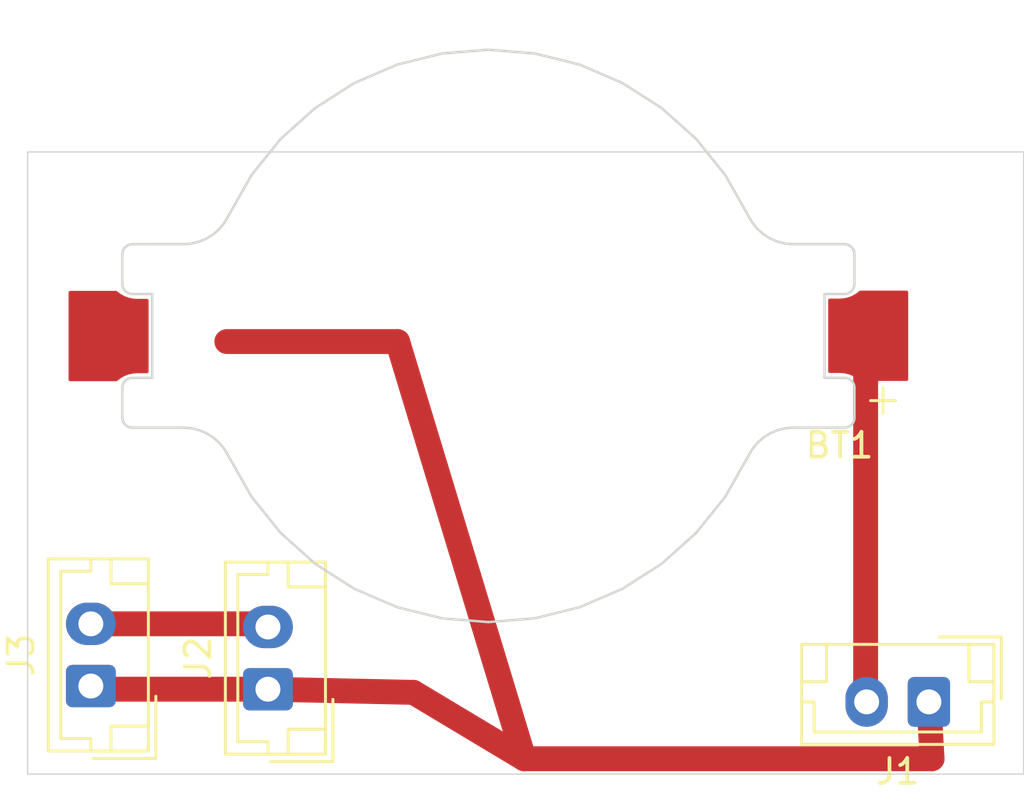
<source format=kicad_pcb>
(kicad_pcb (version 20240108) (generator "pcbnew") (generator_version "8.0")
  (layers (0 "F.Cu" signal) (31 "B.Cu" signal) (34 "B.Paste" user) (35 "F.Paste" user) (36 "B.SilkS" user "B.Silkscreen") (37 "F.SilkS" user "F.Silkscreen") (38 "B.Mask" user) (39 "F.Mask" user) (44 "Edge.Cuts" user))
  (net 0 "")
  (net 1 "Net-(BT1-+)")
  (net 2 "Net-(BT1--)")
  (net 3 "Net-(J2-Pin_2)")
  (footprint "Connector_JST:JST_EH_B2B-EH-A_1x02_P2.50mm_Vertical" (layer "F.Cu") (at 135.255 62.357 90)
    (property "Reference" "J3" (at 1.25 -2.8 90) (layer "F.SilkS"))
    (property "Value" "External Signal")
    (fp_line (start 5.11 -1.71) (end -2.61 -1.71) (stroke (width 0.12)) (layer "F.SilkS"))
    (fp_line (start -2.61 -1.71) (end -2.61 2.31) (stroke (width 0.12)) (layer "F.SilkS"))
    (fp_line (start 4.61 -1.21) (end 4.61 0) (stroke (width 0.12)) (layer "F.SilkS"))
    (fp_line (start -2.11 -1.21) (end 4.61 -1.21) (stroke (width 0.12)) (layer "F.SilkS"))
    (fp_line (start 4.61 0) (end 5.11 0) (stroke (width 0.12)) (layer "F.SilkS"))
    (fp_line (start -2.11 0) (end -2.11 -1.21) (stroke (width 0.12)) (layer "F.SilkS"))
    (fp_line (start -2.61 0) (end -2.11 0) (stroke (width 0.12)) (layer "F.SilkS"))
    (fp_line (start -2.91 0.11) (end -2.91 2.61) (stroke (width 0.12)) (layer "F.SilkS"))
    (fp_line (start 5.11 0.81) (end 4.11 0.81) (stroke (width 0.12)) (layer "F.SilkS"))
    (fp_line (start 4.11 0.81) (end 4.11 2.31) (stroke (width 0.12)) (layer "F.SilkS"))
    (fp_line (start -1.61 0.81) (end -1.61 2.31) (stroke (width 0.12)) (layer "F.SilkS"))
    (fp_line (start -2.61 0.81) (end -1.61 0.81) (stroke (width 0.12)) (layer "F.SilkS"))
    (fp_line (start 5.11 2.31) (end 5.11 -1.71) (stroke (width 0.12)) (layer "F.SilkS"))
    (fp_line (start -2.61 2.31) (end 5.11 2.31) (stroke (width 0.12)) (layer "F.SilkS"))
    (fp_line (start -2.91 2.61) (end -0.41 2.61) (stroke (width 0.12)) (layer "F.SilkS"))
    (pad "1" thru_hole roundrect (at 0 0 90) (size 1.7 2) (drill 1) (layers "*.Cu" "*.Mask") (roundrect_rratio 0.147059) (net 2 "Net-(BT1--)"))
    (pad "2" thru_hole oval (at 2.5 0 90) (size 1.7 2) (drill 1) (layers "*.Cu" "*.Mask") (net 3 "Net-(J2-Pin_2)"))
  )
  (footprint "Connector_JST:JST_EH_B2B-EH-A_1x02_P2.50mm_Vertical" (layer "F.Cu") (at 142.367 62.484 90)
    (property "Reference" "J2" (at 1.25 -2.8 90) (layer "F.SilkS"))
    (property "Value" "FobButton")
    (fp_line (start 5.11 -1.71) (end -2.61 -1.71) (stroke (width 0.12)) (layer "F.SilkS"))
    (fp_line (start -2.61 -1.71) (end -2.61 2.31) (stroke (width 0.12)) (layer "F.SilkS"))
    (fp_line (start 4.61 -1.21) (end 4.61 0) (stroke (width 0.12)) (layer "F.SilkS"))
    (fp_line (start -2.11 -1.21) (end 4.61 -1.21) (stroke (width 0.12)) (layer "F.SilkS"))
    (fp_line (start 4.61 0) (end 5.11 0) (stroke (width 0.12)) (layer "F.SilkS"))
    (fp_line (start -2.11 0) (end -2.11 -1.21) (stroke (width 0.12)) (layer "F.SilkS"))
    (fp_line (start -2.61 0) (end -2.11 0) (stroke (width 0.12)) (layer "F.SilkS"))
    (fp_line (start -2.91 0.11) (end -2.91 2.61) (stroke (width 0.12)) (layer "F.SilkS"))
    (fp_line (start 5.11 0.81) (end 4.11 0.81) (stroke (width 0.12)) (layer "F.SilkS"))
    (fp_line (start 4.11 0.81) (end 4.11 2.31) (stroke (width 0.12)) (layer "F.SilkS"))
    (fp_line (start -1.61 0.81) (end -1.61 2.31) (stroke (width 0.12)) (layer "F.SilkS"))
    (fp_line (start -2.61 0.81) (end -1.61 0.81) (stroke (width 0.12)) (layer "F.SilkS"))
    (fp_line (start 5.11 2.31) (end 5.11 -1.71) (stroke (width 0.12)) (layer "F.SilkS"))
    (fp_line (start -2.61 2.31) (end 5.11 2.31) (stroke (width 0.12)) (layer "F.SilkS"))
    (fp_line (start -2.91 2.61) (end -0.41 2.61) (stroke (width 0.12)) (layer "F.SilkS"))
    (pad "1" thru_hole roundrect (at 0 0 90) (size 1.7 2) (drill 1) (layers "*.Cu" "*.Mask") (roundrect_rratio 0.147059) (net 2 "Net-(BT1--)"))
    (pad "2" thru_hole oval (at 2.5 0 90) (size 1.7 2) (drill 1) (layers "*.Cu" "*.Mask") (net 3 "Net-(J2-Pin_2)"))
  )
  (footprint "Battery:BatteryHolder_Keystone_1057_1x2032" (layer "F.Cu") (at 151.22 48.287 180)
    (property "Reference" "BT1" (at -14.1 -4.4 0) (layer "F.SilkS"))
    (property "Value" "Battery_Cell")
    (fp_line (start -15.35 -2.6) (end -16.35 -2.6) (stroke (width 0.12)) (layer "F.SilkS"))
    (fp_line (start -15.85 -3.1) (end -15.85 -2.1) (stroke (width 0.12)) (layer "F.SilkS"))
    (fp_line (start 14.7 2.082843) (end 14.7 3.282793) (stroke (width 0.1)) (layer "Edge.Cuts"))
    (fp_line (start 14.7 -3.285) (end 14.7 -2.08505) (stroke (width 0.1)) (layer "Edge.Cuts"))
    (fp_line (start 14.3 3.682793) (end 12.244622 3.684999) (stroke (width 0.1)) (layer "Edge.Cuts"))
    (fp_line (start 14.3 -1.68505) (end 13.5 -1.68505) (stroke (width 0.1)) (layer "Edge.Cuts"))
    (fp_line (start 13.5 1.684949) (end 14.3 1.68505) (stroke (width 0.1)) (layer "Edge.Cuts"))
    (fp_line (start 13.5 -1.68505) (end 13.5 1.684949) (stroke (width 0.1)) (layer "Edge.Cuts"))
    (fp_line (start 12.244622 3.684999) (end 11.921438 3.711284) (stroke (width 0.1)) (layer "Edge.Cuts"))
    (fp_line (start 12.244622 -3.685) (end 14.3 -3.685) (stroke (width 0.1)) (layer "Edge.Cuts"))
    (fp_line (start 11.921438 3.711284) (end 11.606748 3.789447) (stroke (width 0.1)) (layer "Edge.Cuts"))
    (fp_line (start 11.921438 -3.711285) (end 12.244622 -3.685) (stroke (width 0.1)) (layer "Edge.Cuts"))
    (fp_line (start 11.606748 3.789447) (end 11.308825 3.917434) (stroke (width 0.1)) (layer "Edge.Cuts"))
    (fp_line (start 11.606748 -3.789448) (end 11.921438 -3.711285) (stroke (width 0.1)) (layer "Edge.Cuts"))
    (fp_line (start 11.308825 3.917434) (end 11.035499 4.091882) (stroke (width 0.1)) (layer "Edge.Cuts"))
    (fp_line (start 11.308825 -3.917435) (end 11.606748 -3.789448) (stroke (width 0.1)) (layer "Edge.Cuts"))
    (fp_line (start 11.035499 4.091882) (end 10.793955 4.308204) (stroke (width 0.1)) (layer "Edge.Cuts"))
    (fp_line (start 11.035499 -4.091883) (end 11.308825 -3.917435) (stroke (width 0.1)) (layer "Edge.Cuts"))
    (fp_line (start 10.793955 4.308204) (end 10.590541 4.560715) (stroke (width 0.1)) (layer "Edge.Cuts"))
    (fp_line (start 10.793955 -4.308205) (end 11.035499 -4.091883) (stroke (width 0.1)) (layer "Edge.Cuts"))
    (fp_line (start 10.590541 4.560715) (end 10.430604 4.842777) (stroke (width 0.1)) (layer "Edge.Cuts"))
    (fp_line (start 10.590541 -4.560716) (end 10.793955 -4.308205) (stroke (width 0.1)) (layer "Edge.Cuts"))
    (fp_line (start 10.430604 4.842777) (end 9.510967 6.464635) (stroke (width 0.1)) (layer "Edge.Cuts"))
    (fp_line (start 10.430604 -4.842778) (end 10.590541 -4.560716) (stroke (width 0.1)) (layer "Edge.Cuts"))
    (fp_line (start 9.510967 6.464635) (end 8.341336 7.916571) (stroke (width 0.1)) (layer "Edge.Cuts"))
    (fp_line (start 9.510967 -6.464636) (end 10.430604 -4.842778) (stroke (width 0.1)) (layer "Edge.Cuts"))
    (fp_line (start 8.341336 7.916571) (end 6.952455 9.160423) (stroke (width 0.1)) (layer "Edge.Cuts"))
    (fp_line (start 8.341336 -7.916572) (end 9.510967 -6.464636) (stroke (width 0.1)) (layer "Edge.Cuts"))
    (fp_line (start 6.952455 9.160423) (end 5.380831 10.163495) (stroke (width 0.1)) (layer "Edge.Cuts"))
    (fp_line (start 6.952455 -9.160424) (end 8.341336 -7.916572) (stroke (width 0.1)) (layer "Edge.Cuts"))
    (fp_line (start 5.380831 10.163495) (end 3.667774 10.899423) (stroke (width 0.1)) (layer "Edge.Cuts"))
    (fp_line (start 5.380831 -10.163496) (end 6.952455 -9.160424) (stroke (width 0.1)) (layer "Edge.Cuts"))
    (fp_line (start 3.667774 10.899423) (end 1.858309 11.348862) (stroke (width 0.1)) (layer "Edge.Cuts"))
    (fp_line (start 3.667774 -10.899424) (end 5.380831 -10.163496) (stroke (width 0.1)) (layer "Edge.Cuts"))
    (fp_line (start 1.858309 11.348862) (end 0 11.499999) (stroke (width 0.1)) (layer "Edge.Cuts"))
    (fp_line (start 1.858309 -11.348863) (end 3.667774 -10.899424) (stroke (width 0.1)) (layer "Edge.Cuts"))
    (fp_line (start 0 11.499999) (end -1.858308 11.348862) (stroke (width 0.1)) (layer "Edge.Cuts"))
    (fp_line (start 0 -11.5) (end 1.858309 -11.348863) (stroke (width 0.1)) (layer "Edge.Cuts"))
    (fp_line (start -1.858308 11.348862) (end -3.667773 10.899423) (stroke (width 0.1)) (layer "Edge.Cuts"))
    (fp_line (start -1.858308 -11.348863) (end 0 -11.5) (stroke (width 0.1)) (layer "Edge.Cuts"))
    (fp_line (start -3.667773 10.899423) (end -5.38083 10.163495) (stroke (width 0.1)) (layer "Edge.Cuts"))
    (fp_line (start -3.667773 -10.899424) (end -1.858308 -11.348863) (stroke (width 0.1)) (layer "Edge.Cuts"))
    (fp_line (start -5.38083 10.163495) (end -6.952454 9.160423) (stroke (width 0.1)) (layer "Edge.Cuts"))
    (fp_line (start -5.38083 -10.163496) (end -3.667773 -10.899424) (stroke (width 0.1)) (layer "Edge.Cuts"))
    (fp_line (start -6.952454 9.160423) (end -8.341335 7.916571) (stroke (width 0.1)) (layer "Edge.Cuts"))
    (fp_line (start -6.952454 -9.160424) (end -5.38083 -10.163496) (stroke (width 0.1)) (layer "Edge.Cuts"))
    (fp_line (start -8.341335 7.916571) (end -9.510966 6.464635) (stroke (width 0.1)) (layer "Edge.Cuts"))
    (fp_line (start -8.341335 -7.916572) (end -6.952454 -9.160424) (stroke (width 0.1)) (layer "Edge.Cuts"))
    (fp_line (start -9.510966 6.464635) (end -10.430603 4.842777) (stroke (width 0.1)) (layer "Edge.Cuts"))
    (fp_line (start -9.510966 -6.464636) (end -8.341335 -7.916572) (stroke (width 0.1)) (layer "Edge.Cuts"))
    (fp_line (start -10.430603 4.842777) (end -10.59054 4.560715) (stroke (width 0.1)) (layer "Edge.Cuts"))
    (fp_line (start -10.430603 -4.842778) (end -9.510966 -6.464636) (stroke (width 0.1)) (layer "Edge.Cuts"))
    (fp_line (start -10.59054 4.560715) (end -10.793954 4.308204) (stroke (width 0.1)) (layer "Edge.Cuts"))
    (fp_line (start -10.59054 -4.560716) (end -10.430603 -4.842778) (stroke (width 0.1)) (layer "Edge.Cuts"))
    (fp_line (start -10.793954 4.308204) (end -11.035498 4.091882) (stroke (width 0.1)) (layer "Edge.Cuts"))
    (fp_line (start -10.793954 -4.308205) (end -10.59054 -4.560716) (stroke (width 0.1)) (layer "Edge.Cuts"))
    (fp_line (start -11.035498 4.091882) (end -11.308824 3.917434) (stroke (width 0.1)) (layer "Edge.Cuts"))
    (fp_line (start -11.035498 -4.091883) (end -10.793954 -4.308205) (stroke (width 0.1)) (layer "Edge.Cuts"))
    (fp_line (start -11.308824 3.917434) (end -11.606747 3.789447) (stroke (width 0.1)) (layer "Edge.Cuts"))
    (fp_line (start -11.308824 -3.917435) (end -11.035498 -4.091883) (stroke (width 0.1)) (layer "Edge.Cuts"))
    (fp_line (start -11.606747 3.789447) (end -11.921437 3.711284) (stroke (width 0.1)) (layer "Edge.Cuts"))
    (fp_line (start -11.606747 -3.789448) (end -11.308824 -3.917435) (stroke (width 0.1)) (layer "Edge.Cuts"))
    (fp_line (start -11.921437 3.711284) (end -12.244621 3.684999) (stroke (width 0.1)) (layer "Edge.Cuts"))
    (fp_line (start -11.921437 -3.711285) (end -11.606747 -3.789448) (stroke (width 0.1)) (layer "Edge.Cuts"))
    (fp_line (start -12.244621 3.684999) (end -14.3 3.684899) (stroke (width 0.1)) (layer "Edge.Cuts"))
    (fp_line (start -12.244621 -3.685) (end -11.921437 -3.711285) (stroke (width 0.1)) (layer "Edge.Cuts"))
    (fp_line (start -13.5 1.684949) (end -13.5 -1.68505) (stroke (width 0.1)) (layer "Edge.Cuts"))
    (fp_line (start -13.5 -1.68505) (end -14.3 -1.68505) (stroke (width 0.1)) (layer "Edge.Cuts"))
    (fp_line (start -14.3 1.684949) (end -13.5 1.684949) (stroke (width 0.1)) (layer "Edge.Cuts"))
    (fp_line (start -14.3 -3.685) (end -12.244621 -3.685) (stroke (width 0.1)) (layer "Edge.Cuts"))
    (fp_line (start -14.7 3.284899) (end -14.7 2.084949) (stroke (width 0.1)) (layer "Edge.Cuts"))
    (fp_line (start -14.7 -2.08505) (end -14.7 -3.285) (stroke (width 0.1)) (layer "Edge.Cuts"))
    (fp_arc (start 14.7 3.282793) (mid 14.582845 3.56564) (end 14.3 3.682793) (stroke (width 0.1)) (layer "Edge.Cuts"))
    (fp_arc (start 14.7 -2.08505) (mid 14.582843 -1.802207) (end 14.3 -1.68505) (stroke (width 0.1)) (layer "Edge.Cuts"))
    (fp_arc (start 14.3 1.68505) (mid 14.582825 1.80221) (end 14.7 2.08505) (stroke (width 0.1)) (layer "Edge.Cuts"))
    (fp_arc (start 14.3 -3.685) (mid 14.582843 -3.567843) (end 14.7 -3.285) (stroke (width 0.1)) (layer "Edge.Cuts"))
    (fp_arc (start -14.3 3.684899) (mid -14.582843 3.567742) (end -14.7 3.284899) (stroke (width 0.1)) (layer "Edge.Cuts"))
    (fp_arc (start -14.3 -1.68505) (mid -14.582843 -1.802207) (end -14.7 -2.08505) (stroke (width 0.1)) (layer "Edge.Cuts"))
    (fp_arc (start -14.7 2.084949) (mid -14.582843 1.802106) (end -14.3 1.684949) (stroke (width 0.1)) (layer "Edge.Cuts"))
    (fp_arc (start -14.7 -3.285) (mid -14.582843 -3.567843) (end -14.3 -3.685) (stroke (width 0.1)) (layer "Edge.Cuts"))
    (pad "1" smd custom (at -15.15 -0.1 180) (size 1 1) (layers "F.Cu" "F.Paste" "F.Mask") (net 1 "Net-(BT1-+)") (options (clearance outline) (anchor rect)) (primitives (gr_poly (pts (xy 0.2 -1.65) (xy 0.271537 -1.594563) (xy 0.343074 -1.539127) (xy 0.500662 -1.450081) (xy 0.58506 -1.417404) (xy 0.669458 -1.384728) (xy 0.757691 -1.364583) (xy 0.845923 -1.344438) (xy 1.026357 -1.330056) (xy 1.235196 -1.330056) (xy 1.444035 -1.330057) (xy 1.444034 1.539942) (xy 1.044035 1.539967) (xy 0.86174 1.553331) (xy 0.683343 1.593137) (xy 0.512659 1.658535) (xy 0.353336 1.748125) (xy 0.28106 1.804058) (xy 0.208783 1.859992) (xy -1.65 1.859992) (xy -1.65 -1.650007)) (width 0.12) (fill yes))))
    (pad "2" smd custom (at 15.15 0.1) (size 1 1) (layers "F.Cu" "F.Paste" "F.Mask") (net 2 "Net-(BT1--)") (options (clearance outline) (anchor rect)) (primitives (gr_poly (pts (xy 0.2 -1.65) (xy 0.271537 -1.594563) (xy 0.343074 -1.539127) (xy 0.500662 -1.450081) (xy 0.58506 -1.417404) (xy 0.669458 -1.384728) (xy 0.757691 -1.364583) (xy 0.845923 -1.344438) (xy 1.026357 -1.330056) (xy 1.235196 -1.330056) (xy 1.444035 -1.330057) (xy 1.444034 1.539942) (xy 1.044035 1.539967) (xy 0.86174 1.553331) (xy 0.683343 1.593137) (xy 0.512659 1.658535) (xy 0.353336 1.748125) (xy 0.28106 1.804058) (xy 0.208783 1.859992) (xy -1.65 1.859992) (xy -1.65 -1.650007)) (width 0.12) (fill yes))))
  )
  (footprint "Connector_JST:JST_EH_B2B-EH-A_1x02_P2.50mm_Vertical" (layer "F.Cu") (at 168.91 62.992 180)
    (property "Reference" "J1" (at 1.25 -2.8 0) (layer "F.SilkS"))
    (property "Value" "FobBattery")
    (fp_line (start 5.11 2.31) (end 5.11 -1.71) (stroke (width 0.12)) (layer "F.SilkS"))
    (fp_line (start 5.11 0.81) (end 4.11 0.81) (stroke (width 0.12)) (layer "F.SilkS"))
    (fp_line (start 5.11 -1.71) (end -2.61 -1.71) (stroke (width 0.12)) (layer "F.SilkS"))
    (fp_line (start 4.61 0) (end 5.11 0) (stroke (width 0.12)) (layer "F.SilkS"))
    (fp_line (start 4.61 -1.21) (end 4.61 0) (stroke (width 0.12)) (layer "F.SilkS"))
    (fp_line (start 4.11 0.81) (end 4.11 2.31) (stroke (width 0.12)) (layer "F.SilkS"))
    (fp_line (start -1.61 0.81) (end -1.61 2.31) (stroke (width 0.12)) (layer "F.SilkS"))
    (fp_line (start -2.11 0) (end -2.11 -1.21) (stroke (width 0.12)) (layer "F.SilkS"))
    (fp_line (start -2.11 -1.21) (end 4.61 -1.21) (stroke (width 0.12)) (layer "F.SilkS"))
    (fp_line (start -2.61 2.31) (end 5.11 2.31) (stroke (width 0.12)) (layer "F.SilkS"))
    (fp_line (start -2.61 0.81) (end -1.61 0.81) (stroke (width 0.12)) (layer "F.SilkS"))
    (fp_line (start -2.61 0) (end -2.11 0) (stroke (width 0.12)) (layer "F.SilkS"))
    (fp_line (start -2.61 -1.71) (end -2.61 2.31) (stroke (width 0.12)) (layer "F.SilkS"))
    (fp_line (start -2.91 2.61) (end -0.41 2.61) (stroke (width 0.12)) (layer "F.SilkS"))
    (fp_line (start -2.91 0.11) (end -2.91 2.61) (stroke (width 0.12)) (layer "F.SilkS"))
    (pad "1" thru_hole roundrect (at 0 0 180) (size 1.7 2) (drill 1) (layers "*.Cu" "*.Mask") (roundrect_rratio 0.147059) (net 2 "Net-(BT1--)"))
    (pad "2" thru_hole oval (at 2.5 0 180) (size 1.7 2) (drill 1) (layers "*.Cu" "*.Mask") (net 1 "Net-(BT1-+)"))
  )
  (gr_line (start 169.037 65.278) (end 152.654 65.278) (stroke (width 1)) (layer "F.Cu") (net 2))
  (gr_line (start 147.574 48.514) (end 152.654 65.278) (stroke (width 1)) (layer "F.Cu") (net 2))
  (gr_line (start 166.37 48.387) (end 166.37 62.992) (stroke (width 1)) (layer "F.Cu") (net 1))
  (gr_line (start 148.209 62.611) (end 142.367 62.484) (stroke (width 1)) (layer "F.Cu") (net 2))
  (gr_line (start 148.209 62.611) (end 152.654 65.278) (stroke (width 1)) (layer "F.Cu") (net 2))
  (gr_line (start 140.716 48.514) (end 147.574 48.514) (stroke (width 1)) (layer "F.Cu") (net 2))
  (gr_line (start 168.91 62.992) (end 169.037 65.278) (stroke (width 1)) (layer "F.Cu") (net 2))
  (gr_rect (start 132.715 40.894) (end 172.715 65.894) (stroke (width 0.05)) (fill none) (layer "Edge.Cuts"))
  (segment (start 142.367 62.484) (end 135.382 62.484) (width 1) (layer "F.Cu") (net 2))
  (segment (start 135.382 62.484) (end 135.255 62.357) (width 0.2) (layer "F.Cu") (net 2))
  (segment (start 135.255 59.857) (end 142.24 59.857) (width 1) (layer "F.Cu") (net 3))
  (segment (start 142.24 59.857) (end 142.367 59.984) (width 0.2) (layer "F.Cu") (net 3))
)
</source>
